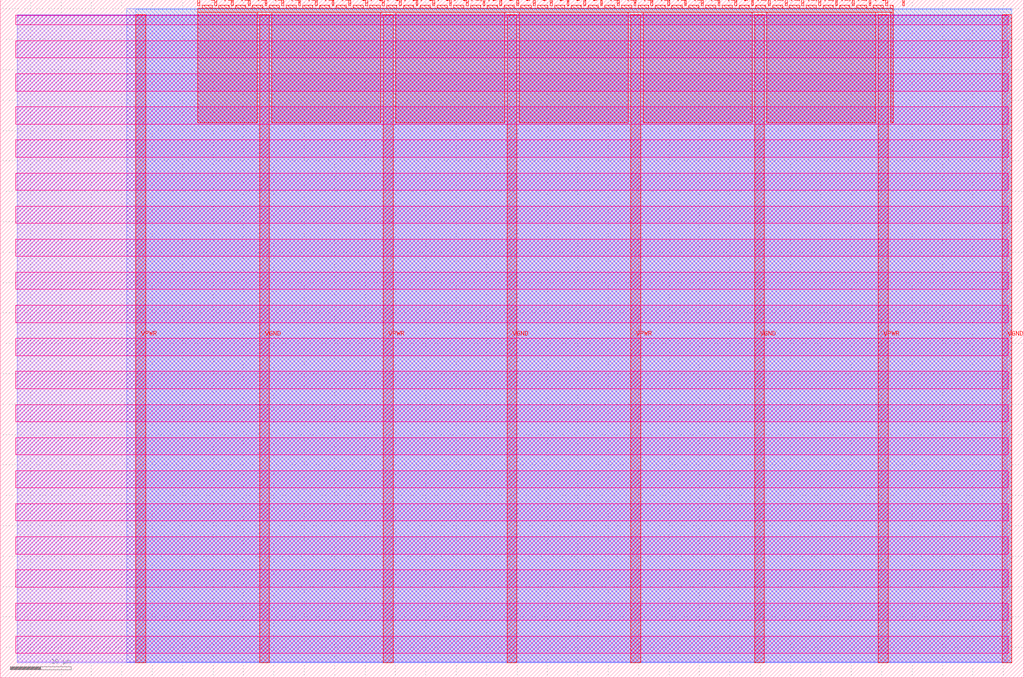
<source format=lef>
VERSION 5.7 ;
  NOWIREEXTENSIONATPIN ON ;
  DIVIDERCHAR "/" ;
  BUSBITCHARS "[]" ;
MACRO tt_um_carlosgs99_cro_udg_dup
  CLASS BLOCK ;
  FOREIGN tt_um_carlosgs99_cro_udg_dup ;
  ORIGIN 0.000 0.000 ;
  SIZE 168.360 BY 111.520 ;
  PIN VGND
    DIRECTION INOUT ;
    USE GROUND ;
    PORT
      LAYER met4 ;
        RECT 42.670 2.480 44.270 109.040 ;
    END
    PORT
      LAYER met4 ;
        RECT 83.380 2.480 84.980 109.040 ;
    END
    PORT
      LAYER met4 ;
        RECT 124.090 2.480 125.690 109.040 ;
    END
    PORT
      LAYER met4 ;
        RECT 164.800 2.480 166.400 109.040 ;
    END
  END VGND
  PIN VPWR
    DIRECTION INOUT ;
    USE POWER ;
    PORT
      LAYER met4 ;
        RECT 22.315 2.480 23.915 109.040 ;
    END
    PORT
      LAYER met4 ;
        RECT 63.025 2.480 64.625 109.040 ;
    END
    PORT
      LAYER met4 ;
        RECT 103.735 2.480 105.335 109.040 ;
    END
    PORT
      LAYER met4 ;
        RECT 144.445 2.480 146.045 109.040 ;
    END
  END VPWR
  PIN clk
    DIRECTION INPUT ;
    USE SIGNAL ;
    ANTENNAGATEAREA 0.852000 ;
    PORT
      LAYER met4 ;
        RECT 145.670 110.520 145.970 111.520 ;
    END
  END clk
  PIN ena
    DIRECTION INPUT ;
    USE SIGNAL ;
    PORT
      LAYER met4 ;
        RECT 148.430 110.520 148.730 111.520 ;
    END
  END ena
  PIN rst_n
    DIRECTION INPUT ;
    USE SIGNAL ;
    ANTENNAGATEAREA 0.196500 ;
    PORT
      LAYER met4 ;
        RECT 142.910 110.520 143.210 111.520 ;
    END
  END rst_n
  PIN ui_in[0]
    DIRECTION INPUT ;
    USE SIGNAL ;
    PORT
      LAYER met4 ;
        RECT 140.150 110.520 140.450 111.520 ;
    END
  END ui_in[0]
  PIN ui_in[1]
    DIRECTION INPUT ;
    USE SIGNAL ;
    PORT
      LAYER met4 ;
        RECT 137.390 110.520 137.690 111.520 ;
    END
  END ui_in[1]
  PIN ui_in[2]
    DIRECTION INPUT ;
    USE SIGNAL ;
    PORT
      LAYER met4 ;
        RECT 134.630 110.520 134.930 111.520 ;
    END
  END ui_in[2]
  PIN ui_in[3]
    DIRECTION INPUT ;
    USE SIGNAL ;
    PORT
      LAYER met4 ;
        RECT 131.870 110.520 132.170 111.520 ;
    END
  END ui_in[3]
  PIN ui_in[4]
    DIRECTION INPUT ;
    USE SIGNAL ;
    PORT
      LAYER met4 ;
        RECT 129.110 110.520 129.410 111.520 ;
    END
  END ui_in[4]
  PIN ui_in[5]
    DIRECTION INPUT ;
    USE SIGNAL ;
    PORT
      LAYER met4 ;
        RECT 126.350 110.520 126.650 111.520 ;
    END
  END ui_in[5]
  PIN ui_in[6]
    DIRECTION INPUT ;
    USE SIGNAL ;
    PORT
      LAYER met4 ;
        RECT 123.590 110.520 123.890 111.520 ;
    END
  END ui_in[6]
  PIN ui_in[7]
    DIRECTION INPUT ;
    USE SIGNAL ;
    PORT
      LAYER met4 ;
        RECT 120.830 110.520 121.130 111.520 ;
    END
  END ui_in[7]
  PIN uio_in[0]
    DIRECTION INPUT ;
    USE SIGNAL ;
    PORT
      LAYER met4 ;
        RECT 118.070 110.520 118.370 111.520 ;
    END
  END uio_in[0]
  PIN uio_in[1]
    DIRECTION INPUT ;
    USE SIGNAL ;
    PORT
      LAYER met4 ;
        RECT 115.310 110.520 115.610 111.520 ;
    END
  END uio_in[1]
  PIN uio_in[2]
    DIRECTION INPUT ;
    USE SIGNAL ;
    PORT
      LAYER met4 ;
        RECT 112.550 110.520 112.850 111.520 ;
    END
  END uio_in[2]
  PIN uio_in[3]
    DIRECTION INPUT ;
    USE SIGNAL ;
    PORT
      LAYER met4 ;
        RECT 109.790 110.520 110.090 111.520 ;
    END
  END uio_in[3]
  PIN uio_in[4]
    DIRECTION INPUT ;
    USE SIGNAL ;
    PORT
      LAYER met4 ;
        RECT 107.030 110.520 107.330 111.520 ;
    END
  END uio_in[4]
  PIN uio_in[5]
    DIRECTION INPUT ;
    USE SIGNAL ;
    PORT
      LAYER met4 ;
        RECT 104.270 110.520 104.570 111.520 ;
    END
  END uio_in[5]
  PIN uio_in[6]
    DIRECTION INPUT ;
    USE SIGNAL ;
    PORT
      LAYER met4 ;
        RECT 101.510 110.520 101.810 111.520 ;
    END
  END uio_in[6]
  PIN uio_in[7]
    DIRECTION INPUT ;
    USE SIGNAL ;
    PORT
      LAYER met4 ;
        RECT 98.750 110.520 99.050 111.520 ;
    END
  END uio_in[7]
  PIN uio_oe[0]
    DIRECTION OUTPUT TRISTATE ;
    USE SIGNAL ;
    PORT
      LAYER met4 ;
        RECT 51.830 110.520 52.130 111.520 ;
    END
  END uio_oe[0]
  PIN uio_oe[1]
    DIRECTION OUTPUT TRISTATE ;
    USE SIGNAL ;
    PORT
      LAYER met4 ;
        RECT 49.070 110.520 49.370 111.520 ;
    END
  END uio_oe[1]
  PIN uio_oe[2]
    DIRECTION OUTPUT TRISTATE ;
    USE SIGNAL ;
    PORT
      LAYER met4 ;
        RECT 46.310 110.520 46.610 111.520 ;
    END
  END uio_oe[2]
  PIN uio_oe[3]
    DIRECTION OUTPUT TRISTATE ;
    USE SIGNAL ;
    PORT
      LAYER met4 ;
        RECT 43.550 110.520 43.850 111.520 ;
    END
  END uio_oe[3]
  PIN uio_oe[4]
    DIRECTION OUTPUT TRISTATE ;
    USE SIGNAL ;
    PORT
      LAYER met4 ;
        RECT 40.790 110.520 41.090 111.520 ;
    END
  END uio_oe[4]
  PIN uio_oe[5]
    DIRECTION OUTPUT TRISTATE ;
    USE SIGNAL ;
    PORT
      LAYER met4 ;
        RECT 38.030 110.520 38.330 111.520 ;
    END
  END uio_oe[5]
  PIN uio_oe[6]
    DIRECTION OUTPUT TRISTATE ;
    USE SIGNAL ;
    PORT
      LAYER met4 ;
        RECT 35.270 110.520 35.570 111.520 ;
    END
  END uio_oe[6]
  PIN uio_oe[7]
    DIRECTION OUTPUT TRISTATE ;
    USE SIGNAL ;
    PORT
      LAYER met4 ;
        RECT 32.510 110.520 32.810 111.520 ;
    END
  END uio_oe[7]
  PIN uio_out[0]
    DIRECTION OUTPUT TRISTATE ;
    USE SIGNAL ;
    ANTENNADIFFAREA 0.891000 ;
    PORT
      LAYER met4 ;
        RECT 73.910 110.520 74.210 111.520 ;
    END
  END uio_out[0]
  PIN uio_out[1]
    DIRECTION OUTPUT TRISTATE ;
    USE SIGNAL ;
    ANTENNADIFFAREA 0.891000 ;
    PORT
      LAYER met4 ;
        RECT 71.150 110.520 71.450 111.520 ;
    END
  END uio_out[1]
  PIN uio_out[2]
    DIRECTION OUTPUT TRISTATE ;
    USE SIGNAL ;
    ANTENNADIFFAREA 0.924000 ;
    PORT
      LAYER met4 ;
        RECT 68.390 110.520 68.690 111.520 ;
    END
  END uio_out[2]
  PIN uio_out[3]
    DIRECTION OUTPUT TRISTATE ;
    USE SIGNAL ;
    ANTENNADIFFAREA 0.462000 ;
    PORT
      LAYER met4 ;
        RECT 65.630 110.520 65.930 111.520 ;
    END
  END uio_out[3]
  PIN uio_out[4]
    DIRECTION OUTPUT TRISTATE ;
    USE SIGNAL ;
    ANTENNADIFFAREA 1.484000 ;
    PORT
      LAYER met4 ;
        RECT 62.870 110.520 63.170 111.520 ;
    END
  END uio_out[4]
  PIN uio_out[5]
    DIRECTION OUTPUT TRISTATE ;
    USE SIGNAL ;
    ANTENNADIFFAREA 0.891000 ;
    PORT
      LAYER met4 ;
        RECT 60.110 110.520 60.410 111.520 ;
    END
  END uio_out[5]
  PIN uio_out[6]
    DIRECTION OUTPUT TRISTATE ;
    USE SIGNAL ;
    ANTENNADIFFAREA 0.891000 ;
    PORT
      LAYER met4 ;
        RECT 57.350 110.520 57.650 111.520 ;
    END
  END uio_out[6]
  PIN uio_out[7]
    DIRECTION OUTPUT TRISTATE ;
    USE SIGNAL ;
    PORT
      LAYER met4 ;
        RECT 54.590 110.520 54.890 111.520 ;
    END
  END uio_out[7]
  PIN uo_out[0]
    DIRECTION OUTPUT TRISTATE ;
    USE SIGNAL ;
    ANTENNADIFFAREA 1.971000 ;
    PORT
      LAYER met4 ;
        RECT 95.990 110.520 96.290 111.520 ;
    END
  END uo_out[0]
  PIN uo_out[1]
    DIRECTION OUTPUT TRISTATE ;
    USE SIGNAL ;
    ANTENNADIFFAREA 1.971000 ;
    PORT
      LAYER met4 ;
        RECT 93.230 110.520 93.530 111.520 ;
    END
  END uo_out[1]
  PIN uo_out[2]
    DIRECTION OUTPUT TRISTATE ;
    USE SIGNAL ;
    ANTENNADIFFAREA 0.445500 ;
    PORT
      LAYER met4 ;
        RECT 90.470 110.520 90.770 111.520 ;
    END
  END uo_out[2]
  PIN uo_out[3]
    DIRECTION OUTPUT TRISTATE ;
    USE SIGNAL ;
    ANTENNADIFFAREA 0.445500 ;
    PORT
      LAYER met4 ;
        RECT 87.710 110.520 88.010 111.520 ;
    END
  END uo_out[3]
  PIN uo_out[4]
    DIRECTION OUTPUT TRISTATE ;
    USE SIGNAL ;
    ANTENNADIFFAREA 0.445500 ;
    PORT
      LAYER met4 ;
        RECT 84.950 110.520 85.250 111.520 ;
    END
  END uo_out[4]
  PIN uo_out[5]
    DIRECTION OUTPUT TRISTATE ;
    USE SIGNAL ;
    ANTENNADIFFAREA 0.445500 ;
    PORT
      LAYER met4 ;
        RECT 82.190 110.520 82.490 111.520 ;
    END
  END uo_out[5]
  PIN uo_out[6]
    DIRECTION OUTPUT TRISTATE ;
    USE SIGNAL ;
    ANTENNAGATEAREA 0.247500 ;
    ANTENNADIFFAREA 0.445500 ;
    PORT
      LAYER met4 ;
        RECT 79.430 110.520 79.730 111.520 ;
    END
  END uo_out[6]
  PIN uo_out[7]
    DIRECTION OUTPUT TRISTATE ;
    USE SIGNAL ;
    ANTENNADIFFAREA 0.445500 ;
    PORT
      LAYER met4 ;
        RECT 76.670 110.520 76.970 111.520 ;
    END
  END uo_out[7]
  OBS
      LAYER nwell ;
        RECT 2.570 107.385 165.790 108.990 ;
        RECT 2.570 101.945 165.790 104.775 ;
        RECT 2.570 96.505 165.790 99.335 ;
        RECT 2.570 91.065 165.790 93.895 ;
        RECT 2.570 85.625 165.790 88.455 ;
        RECT 2.570 80.185 165.790 83.015 ;
        RECT 2.570 74.745 165.790 77.575 ;
        RECT 2.570 69.305 165.790 72.135 ;
        RECT 2.570 63.865 165.790 66.695 ;
        RECT 2.570 58.425 165.790 61.255 ;
        RECT 2.570 52.985 165.790 55.815 ;
        RECT 2.570 47.545 165.790 50.375 ;
        RECT 2.570 42.105 165.790 44.935 ;
        RECT 2.570 36.665 165.790 39.495 ;
        RECT 2.570 31.225 165.790 34.055 ;
        RECT 2.570 25.785 165.790 28.615 ;
        RECT 2.570 20.345 165.790 23.175 ;
        RECT 2.570 14.905 165.790 17.735 ;
        RECT 2.570 9.465 165.790 12.295 ;
        RECT 2.570 4.025 165.790 6.855 ;
      LAYER li1 ;
        RECT 2.760 2.635 165.600 108.885 ;
      LAYER met1 ;
        RECT 2.760 2.480 166.400 109.040 ;
      LAYER met2 ;
        RECT 20.800 2.535 166.370 110.005 ;
      LAYER met3 ;
        RECT 22.325 2.555 166.390 109.985 ;
      LAYER met4 ;
        RECT 33.210 110.120 34.870 110.650 ;
        RECT 35.970 110.120 37.630 110.650 ;
        RECT 38.730 110.120 40.390 110.650 ;
        RECT 41.490 110.120 43.150 110.650 ;
        RECT 44.250 110.120 45.910 110.650 ;
        RECT 47.010 110.120 48.670 110.650 ;
        RECT 49.770 110.120 51.430 110.650 ;
        RECT 52.530 110.120 54.190 110.650 ;
        RECT 55.290 110.120 56.950 110.650 ;
        RECT 58.050 110.120 59.710 110.650 ;
        RECT 60.810 110.120 62.470 110.650 ;
        RECT 63.570 110.120 65.230 110.650 ;
        RECT 66.330 110.120 67.990 110.650 ;
        RECT 69.090 110.120 70.750 110.650 ;
        RECT 71.850 110.120 73.510 110.650 ;
        RECT 74.610 110.120 76.270 110.650 ;
        RECT 77.370 110.120 79.030 110.650 ;
        RECT 80.130 110.120 81.790 110.650 ;
        RECT 82.890 110.120 84.550 110.650 ;
        RECT 85.650 110.120 87.310 110.650 ;
        RECT 88.410 110.120 90.070 110.650 ;
        RECT 91.170 110.120 92.830 110.650 ;
        RECT 93.930 110.120 95.590 110.650 ;
        RECT 96.690 110.120 98.350 110.650 ;
        RECT 99.450 110.120 101.110 110.650 ;
        RECT 102.210 110.120 103.870 110.650 ;
        RECT 104.970 110.120 106.630 110.650 ;
        RECT 107.730 110.120 109.390 110.650 ;
        RECT 110.490 110.120 112.150 110.650 ;
        RECT 113.250 110.120 114.910 110.650 ;
        RECT 116.010 110.120 117.670 110.650 ;
        RECT 118.770 110.120 120.430 110.650 ;
        RECT 121.530 110.120 123.190 110.650 ;
        RECT 124.290 110.120 125.950 110.650 ;
        RECT 127.050 110.120 128.710 110.650 ;
        RECT 129.810 110.120 131.470 110.650 ;
        RECT 132.570 110.120 134.230 110.650 ;
        RECT 135.330 110.120 136.990 110.650 ;
        RECT 138.090 110.120 139.750 110.650 ;
        RECT 140.850 110.120 142.510 110.650 ;
        RECT 143.610 110.120 145.270 110.650 ;
        RECT 146.370 110.120 146.905 110.650 ;
        RECT 32.495 109.440 146.905 110.120 ;
        RECT 32.495 91.295 42.270 109.440 ;
        RECT 44.670 91.295 62.625 109.440 ;
        RECT 65.025 91.295 82.980 109.440 ;
        RECT 85.380 91.295 103.335 109.440 ;
        RECT 105.735 91.295 123.690 109.440 ;
        RECT 126.090 91.295 144.045 109.440 ;
        RECT 146.445 91.295 146.905 109.440 ;
  END
END tt_um_carlosgs99_cro_udg_dup
END LIBRARY


</source>
